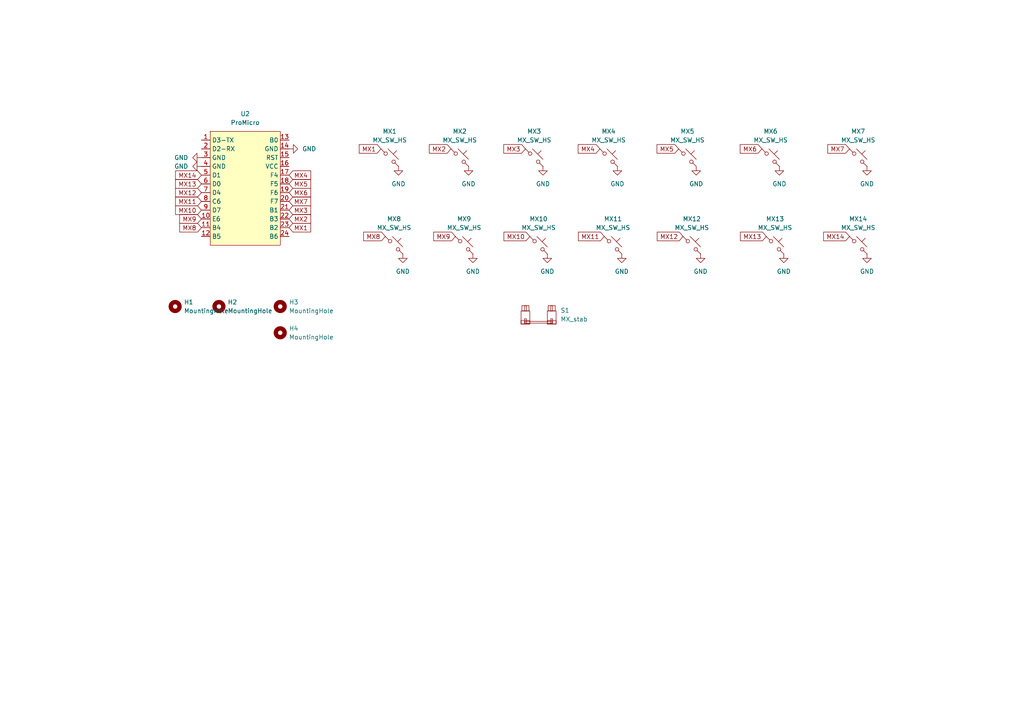
<source format=kicad_sch>
(kicad_sch (version 20230121) (generator eeschema)
  (paper "A4")
  (lib_symbols
    (symbol "Mechanical:MountingHole" (pin_names (offset 1.016))
      (property "Reference" "H" (at 0 5.08 0))
      (property "Value" "MountingHole" (at 0 3.175 0))
      (symbol "MountingHole_0_1"
        (circle (center 0 0) (radius 1.27) (stroke (width 1.27)))
      )
    )
    (symbol "marbastlib-mx:MX_SW_HS" (pin_numbers hide) (pin_names (offset 1.016) hide)
      (property "Reference" "MX" (at 3.048 1.016 0))
      (property "Value" "MX_SW_HS" (at 0 -3.81 0))
      (symbol "MX_SW_HS_0_1"
        (circle (center -1.1684 1.1684) (radius 0.508))
        (polyline (pts (xy -0.508 2.54) (xy 2.54 -0.508)))
        (polyline (pts (xy 1.016 1.016) (xy 2.032 2.032)))
        (polyline (pts (xy -2.54 2.54) (xy -1.524 1.524) (xy -1.524 1.524)))
        (polyline (pts (xy 1.524 -1.524) (xy 2.54 -2.54) (xy 2.54 -2.54) (xy 2.54 -2.54)))
        (circle (center 1.143 -1.1938) (radius 0.508))
        (pin passive line (at -2.54 2.54 0) (length 0) (name "1") (number "1"))
        (pin passive line (at 2.54 -2.54 180) (length 0) (name "2") (number "2"))
      )
    )
    (symbol "marbastlib-mx:MX_stab" (pin_names (offset 1.016))
      (property "Reference" "S" (at -5.08 6.35 0))
      (property "Value" "MX_stab" (at -5.08 3.81 0))
      (symbol "MX_stab_0_1"
        (rectangle (start -5.08 -1.524) (end -2.54 -2.54))
        (rectangle (start -5.08 1.27) (end -2.54 -2.54))
        (rectangle (start -4.826 2.794) (end -2.794 1.27))
        (rectangle (start -4.064 -2.286) (end -3.556 -1.016))
        (rectangle (start -4.064 -1.778) (end 4.064 -2.286))
        (rectangle (start -4.064 1.27) (end -3.556 2.794))
        (rectangle (start 2.54 -1.524) (end 5.08 -2.54))
        (rectangle (start 2.54 1.27) (end 5.08 -2.54))
        (rectangle (start 2.794 2.794) (end 4.826 1.27))
        (rectangle (start 3.556 1.27) (end 4.064 2.794))
        (rectangle (start 4.064 -2.286) (end 3.556 -1.016))
      )
    )
    (symbol "marbastlib-promicroish:Arduino_ProMicro" (in_bom no)
      (property "Reference" "U" (at 0 20.32 0))
      (property "Value" "ProMicro" (at 0 17.78 0))
      (symbol "Arduino_ProMicro_0_0"
        (pin bidirectional line (at -12.7 13.97 0) (length 2.54) (name "D3-TX") (number "1"))
        (pin bidirectional line (at -12.7 -8.89 0) (length 2.54) (name "E6") (number "10"))
        (pin bidirectional line (at -12.7 -11.43 0) (length 2.54) (name "B4") (number "11"))
        (pin bidirectional line (at -12.7 -13.97 0) (length 2.54) (name "B5") (number "12"))
        (pin power_out line (at 12.7 11.43 180) (length 2.54) (name "GND") (number "14"))
        (pin bidirectional line (at 12.7 8.89 180) (length 2.54) (name "RST") (number "15"))
        (pin bidirectional line (at 12.7 3.81 180) (length 2.54) (name "F4") (number "17"))
        (pin bidirectional line (at 12.7 1.27 180) (length 2.54) (name "F5") (number "18"))
        (pin bidirectional line (at 12.7 -1.27 180) (length 2.54) (name "F6") (number "19"))
        (pin bidirectional line (at -12.7 11.43 0) (length 2.54) (name "D2-RX") (number "2"))
        (pin bidirectional line (at 12.7 -3.81 180) (length 2.54) (name "F7") (number "20"))
        (pin bidirectional line (at 12.7 -6.35 180) (length 2.54) (name "B1") (number "21"))
        (pin bidirectional line (at 12.7 -8.89 180) (length 2.54) (name "B3") (number "22"))
        (pin bidirectional line (at 12.7 -11.43 180) (length 2.54) (name "B2") (number "23"))
        (pin bidirectional line (at 12.7 -13.97 180) (length 2.54) (name "B6") (number "24"))
        (pin power_out line (at -12.7 8.89 0) (length 2.54) (name "GND") (number "3"))
        (pin power_out line (at -12.7 6.35 0) (length 2.54) (name "GND") (number "4"))
        (pin bidirectional line (at -12.7 3.81 0) (length 2.54) (name "D1") (number "5"))
        (pin bidirectional line (at -12.7 1.27 0) (length 2.54) (name "D0") (number "6"))
        (pin bidirectional line (at -12.7 -1.27 0) (length 2.54) (name "D4") (number "7"))
        (pin bidirectional line (at -12.7 -3.81 0) (length 2.54) (name "C6") (number "8"))
        (pin bidirectional line (at -12.7 -6.35 0) (length 2.54) (name "D7") (number "9"))
      )
      (symbol "Arduino_ProMicro_1_0"
        (pin bidirectional line (at 12.7 13.97 180) (length 2.54) (name "B0") (number "13"))
        (pin power_out line (at 12.7 6.35 180) (length 2.54) (name "VCC") (number "16"))
      )
      (symbol "Arduino_ProMicro_1_1"
        (rectangle (start -10.16 16.51) (end 10.16 -16.51) (fill (type background)))
      )
    )
    (symbol "power:GND" (power) (pin_names (offset 0))
      (property "Value" "GND" (at 0 -3.81 0))
      (symbol "GND_0_1"
        (polyline (pts (xy 0 0) (xy 0 -1.27) (xy 1.27 -1.27) (xy 0 -2.54) (xy -1.27 -1.27) (xy 0 -1.27)))
      )
      (symbol "GND_1_1"
        (pin power_in line (at 0 0 270) (length 0) hide (name "GND") (number "1"))
      )
    )
  )
  (global_label "MX6" (shape input) (at 83.82 55.88 0) (property "Intersheetrefs" "${INTERSHEET_REFS}" (effects hide)))
  (global_label "MX12" (shape input) (at 198.12 68.58 180) (property "Intersheetrefs" "${INTERSHEET_REFS}" (effects hide)))
  (global_label "MX5" (shape input) (at 196.85 43.18 180) (property "Intersheetrefs" "${INTERSHEET_REFS}" (effects hide)))
  (global_label "MX7" (shape input) (at 83.82 58.42 0) (property "Intersheetrefs" "${INTERSHEET_REFS}" (effects hide)))
  (global_label "MX1" (shape input) (at 83.82 66.04 0) (property "Intersheetrefs" "${INTERSHEET_REFS}" (effects hide)))
  (global_label "MX8" (shape input) (at 111.76 68.58 180) (property "Intersheetrefs" "${INTERSHEET_REFS}" (effects hide)))
  (global_label "MX14" (shape input) (at 246.38 68.58 180) (property "Intersheetrefs" "${INTERSHEET_REFS}" (effects hide)))
  (global_label "MX9" (shape input) (at 58.42 63.5 180) (property "Intersheetrefs" "${INTERSHEET_REFS}" (effects hide)))
  (global_label "MX10" (shape input) (at 153.67 68.58 180) (property "Intersheetrefs" "${INTERSHEET_REFS}" (effects hide)))
  (global_label "MX2" (shape input) (at 83.82 63.5 0) (property "Intersheetrefs" "${INTERSHEET_REFS}" (effects hide)))
  (global_label "MX3" (shape input) (at 152.4 43.18 180) (property "Intersheetrefs" "${INTERSHEET_REFS}" (effects hide)))
  (global_label "MX10" (shape input) (at 58.42 60.96 180) (property "Intersheetrefs" "${INTERSHEET_REFS}" (effects hide)))
  (global_label "MX13" (shape input) (at 58.42 53.34 180) (property "Intersheetrefs" "${INTERSHEET_REFS}" (effects hide)))
  (global_label "MX11" (shape input) (at 175.26 68.58 180) (property "Intersheetrefs" "${INTERSHEET_REFS}" (effects hide)))
  (global_label "MX14" (shape input) (at 58.42 50.8 180) (property "Intersheetrefs" "${INTERSHEET_REFS}" (effects hide)))
  (global_label "MX1" (shape input) (at 110.49 43.18 180) (property "Intersheetrefs" "${INTERSHEET_REFS}" (effects hide)))
  (global_label "MX6" (shape input) (at 220.98 43.18 180) (property "Intersheetrefs" "${INTERSHEET_REFS}" (effects hide)))
  (global_label "MX7" (shape input) (at 246.38 43.18 180) (property "Intersheetrefs" "${INTERSHEET_REFS}" (effects hide)))
  (global_label "MX3" (shape input) (at 83.82 60.96 0) (property "Intersheetrefs" "${INTERSHEET_REFS}" (effects hide)))
  (global_label "MX13" (shape input) (at 222.25 68.58 180) (property "Intersheetrefs" "${INTERSHEET_REFS}" (effects hide)))
  (global_label "MX9" (shape input) (at 132.08 68.58 180) (property "Intersheetrefs" "${INTERSHEET_REFS}" (effects hide)))
  (global_label "MX12" (shape input) (at 58.42 55.88 180) (property "Intersheetrefs" "${INTERSHEET_REFS}" (effects hide)))
  (global_label "MX4" (shape input) (at 173.99 43.18 180) (property "Intersheetrefs" "${INTERSHEET_REFS}" (effects hide)))
  (global_label "MX11" (shape input) (at 58.42 58.42 180) (property "Intersheetrefs" "${INTERSHEET_REFS}" (effects hide)))
  (global_label "MX8" (shape input) (at 58.42 66.04 180) (property "Intersheetrefs" "${INTERSHEET_REFS}" (effects hide)))
  (global_label "MX5" (shape input) (at 83.82 53.34 0) (property "Intersheetrefs" "${INTERSHEET_REFS}" (effects hide)))
  (global_label "MX4" (shape input) (at 83.82 50.8 0) (property "Intersheetrefs" "${INTERSHEET_REFS}" (effects hide)))
  (global_label "MX2" (shape input) (at 130.81 43.18 180) (property "Intersheetrefs" "${INTERSHEET_REFS}" (effects hide)))
  (symbol (lib_id "Mechanical:MountingHole") (at 81.28 88.9 0) (unit 1)
    (property "Reference" "H3" (at 83.82 87.63 0) (effects (justify left)))
    (property "Value" "MountingHole" (at 83.82 90.17 0) (effects (justify left)))
    (property "Footprint" "MountingHole:MountingHole_2.2mm_M2_DIN965_Pad" (effects hide))
  )
  (symbol (lib_id "power:GND") (at 251.46 48.26 0) (unit 1)
    (property "Reference" "#PWR012" (effects hide))
    (property "Value" "GND" (at 251.46 53.34 0))
  )
  (symbol (lib_id "marbastlib-mx:MX_SW_HS") (at 223.52 45.72 0) (unit 1)
    (property "Reference" "MX6" (at 223.52 38.1 0))
    (property "Value" "MX_SW_HS" (at 223.52 40.64 0))
    (property "Footprint" "keyswitches.pretty-2.1:Kailh_socket_PG1350_optional" (effects hide))
  )
  (symbol (lib_id "power:GND") (at 226.06 48.26 0) (unit 1)
    (property "Reference" "#PWR01" (effects hide))
    (property "Value" "GND" (at 226.06 53.34 0))
  )
  (symbol (lib_id "power:GND") (at 58.42 45.72 270) (unit 1)
    (property "Reference" "#PWR018" (effects hide))
    (property "Value" "GND" (at 54.61 45.72 90) (effects (justify right)))
  )
  (symbol (lib_id "marbastlib-mx:MX_SW_HS") (at 156.21 71.12 0) (unit 1)
    (property "Reference" "MX10" (at 156.21 63.5 0))
    (property "Value" "MX_SW_HS" (at 156.21 66.04 0))
    (property "Footprint" "keyswitches.pretty-2.1:Kailh_socket_PG1350_optional" (effects hide))
  )
  (symbol (lib_id "marbastlib-mx:MX_stab") (at 156.21 91.44 0) (unit 1)
    (property "Reference" "S1" (at 162.56 90.043 0) (effects (justify left)))
    (property "Value" "MX_stab" (at 162.56 92.583 0) (effects (justify left)))
    (property "Footprint" "PCM_marbastlib-mx:STAB_MX_P_6.25u" (effects hide))
  )
  (symbol (lib_id "Mechanical:MountingHole") (at 63.5 88.9 0) (unit 1)
    (property "Reference" "H2" (at 66.04 87.63 0) (effects (justify left)))
    (property "Value" "MountingHole" (at 66.04 90.17 0) (effects (justify left)))
    (property "Footprint" "MountingHole:MountingHole_2.2mm_M2_DIN965_Pad" (effects hide))
  )
  (symbol (lib_id "marbastlib-mx:MX_SW_HS") (at 177.8 71.12 0) (unit 1)
    (property "Reference" "MX11" (at 177.8 63.5 0))
    (property "Value" "MX_SW_HS" (at 177.8 66.04 0))
    (property "Footprint" "keyswitches.pretty-2.1:Kailh_socket_PG1350_optional" (effects hide))
  )
  (symbol (lib_id "marbastlib-mx:MX_SW_HS") (at 114.3 71.12 0) (unit 1)
    (property "Reference" "MX8" (at 114.3 63.5 0))
    (property "Value" "MX_SW_HS" (at 114.3 66.04 0))
    (property "Footprint" "keyswitches.pretty-2.1:Kailh_socket_PG1350_optional" (effects hide))
  )
  (symbol (lib_id "power:GND") (at 179.07 48.26 0) (unit 1)
    (property "Reference" "#PWR010" (effects hide))
    (property "Value" "GND" (at 179.07 53.34 0))
  )
  (symbol (lib_id "Mechanical:MountingHole") (at 81.28 96.52 0) (unit 1)
    (property "Reference" "H4" (at 83.82 95.25 0) (effects (justify left)))
    (property "Value" "MountingHole" (at 83.82 97.79 0) (effects (justify left)))
    (property "Footprint" "MountingHole:MountingHole_2.2mm_M2_DIN965_Pad" (effects hide))
  )
  (symbol (lib_id "marbastlib-mx:MX_SW_HS") (at 133.35 45.72 0) (unit 1)
    (property "Reference" "MX2" (at 133.35 38.1 0))
    (property "Value" "MX_SW_HS" (at 133.35 40.64 0))
    (property "Footprint" "keyswitches.pretty-2.1:Kailh_socket_PG1350_optional" (effects hide))
  )
  (symbol (lib_id "power:GND") (at 115.57 48.26 0) (unit 1)
    (property "Reference" "#PWR08" (effects hide))
    (property "Value" "GND" (at 115.57 53.34 0))
  )
  (symbol (lib_id "marbastlib-mx:MX_SW_HS") (at 134.62 71.12 0) (unit 1)
    (property "Reference" "MX9" (at 134.62 63.5 0))
    (property "Value" "MX_SW_HS" (at 134.62 66.04 0))
    (property "Footprint" "keyswitches.pretty-2.1:Kailh_socket_PG1350_optional" (effects hide))
  )
  (symbol (lib_id "marbastlib-mx:MX_SW_HS") (at 248.92 45.72 0) (unit 1)
    (property "Reference" "MX7" (at 248.92 38.1 0))
    (property "Value" "MX_SW_HS" (at 248.92 40.64 0))
    (property "Footprint" "keyswitches.pretty-2.1:Kailh_socket_PG1350_optional" (effects hide))
  )
  (symbol (lib_id "marbastlib-mx:MX_SW_HS") (at 248.92 71.12 0) (unit 1)
    (property "Reference" "MX14" (at 248.92 63.5 0))
    (property "Value" "MX_SW_HS" (at 248.92 66.04 0))
    (property "Footprint" "keyswitches.pretty-2.1:Kailh_socket_PG1350_optional" (effects hide))
  )
  (symbol (lib_id "marbastlib-mx:MX_SW_HS") (at 200.66 71.12 0) (unit 1)
    (property "Reference" "MX12" (at 200.66 63.5 0))
    (property "Value" "MX_SW_HS" (at 200.66 66.04 0))
    (property "Footprint" "keyswitches.pretty-2.1:Kailh_socket_PG1350_optional" (effects hide))
  )
  (symbol (lib_id "power:GND") (at 116.84 73.66 0) (unit 1)
    (property "Reference" "#PWR014" (effects hide))
    (property "Value" "GND" (at 116.84 78.74 0))
  )
  (symbol (lib_id "power:GND") (at 203.2 73.66 0) (unit 1)
    (property "Reference" "#PWR06" (effects hide))
    (property "Value" "GND" (at 203.2 78.74 0))
  )
  (symbol (lib_id "marbastlib-mx:MX_SW_HS") (at 199.39 45.72 0) (unit 1)
    (property "Reference" "MX5" (at 199.39 38.1 0))
    (property "Value" "MX_SW_HS" (at 199.39 40.64 0))
    (property "Footprint" "keyswitches.pretty-2.1:Kailh_socket_PG1350_optional" (effects hide))
  )
  (symbol (lib_id "power:GND") (at 180.34 73.66 0) (unit 1)
    (property "Reference" "#PWR03" (effects hide))
    (property "Value" "GND" (at 180.34 78.74 0))
  )
  (symbol (lib_id "power:GND") (at 137.16 73.66 0) (unit 1)
    (property "Reference" "#PWR04" (effects hide))
    (property "Value" "GND" (at 137.16 78.74 0))
  )
  (symbol (lib_id "power:GND") (at 135.89 48.26 0) (unit 1)
    (property "Reference" "#PWR09" (effects hide))
    (property "Value" "GND" (at 135.89 53.34 0))
  )
  (symbol (lib_id "marbastlib-promicroish:Arduino_ProMicro") (at 71.12 54.61 0) (unit 1) (in_bom no)
    (property "Reference" "U2" (at 71.12 33.02 0))
    (property "Value" "ProMicro" (at 71.12 35.56 0))
    (property "Footprint" "PCM_marbastlib-xp-promicroish:Elite-C_ACH" (effects hide))
  )
  (symbol (lib_id "power:GND") (at 251.46 73.66 0) (unit 1)
    (property "Reference" "#PWR05" (effects hide))
    (property "Value" "GND" (at 251.46 78.74 0))
  )
  (symbol (lib_id "marbastlib-mx:MX_SW_HS") (at 113.03 45.72 0) (unit 1)
    (property "Reference" "MX1" (at 113.03 38.1 0))
    (property "Value" "MX_SW_HS" (at 113.03 40.64 0))
    (property "Footprint" "keyswitches.pretty-2.1:Kailh_socket_PG1350_optional" (effects hide))
  )
  (symbol (lib_id "power:GND") (at 157.48 48.26 0) (unit 1)
    (property "Reference" "#PWR013" (effects hide))
    (property "Value" "GND" (at 157.48 53.34 0))
  )
  (symbol (lib_id "marbastlib-mx:MX_SW_HS") (at 224.79 71.12 0) (unit 1)
    (property "Reference" "MX13" (at 224.79 63.5 0))
    (property "Value" "MX_SW_HS" (at 224.79 66.04 0))
    (property "Footprint" "keyswitches.pretty-2.1:Kailh_socket_PG1350_optional" (effects hide))
  )
  (symbol (lib_id "Mechanical:MountingHole") (at 50.8 88.9 0) (unit 1)
    (property "Reference" "H1" (at 53.34 87.63 0) (effects (justify left)))
    (property "Value" "MountingHole" (at 53.34 90.17 0) (effects (justify left)))
    (property "Footprint" "MountingHole:MountingHole_2.2mm_M2_DIN965_Pad" (effects hide))
  )
  (symbol (lib_id "marbastlib-mx:MX_SW_HS") (at 154.94 45.72 0) (unit 1)
    (property "Reference" "MX3" (at 154.94 38.1 0))
    (property "Value" "MX_SW_HS" (at 154.94 40.64 0))
    (property "Footprint" "keyswitches.pretty-2.1:Kailh_socket_PG1350_optional" (effects hide))
  )
  (symbol (lib_id "power:GND") (at 83.82 43.18 90) (unit 1)
    (property "Reference" "#PWR017" (effects hide))
    (property "Value" "GND" (at 87.63 43.18 90) (effects (justify right)))
  )
  (symbol (lib_id "power:GND") (at 58.42 48.26 270) (unit 1)
    (property "Reference" "#PWR019" (effects hide))
    (property "Value" "GND" (at 54.61 48.26 90) (effects (justify right)))
  )
  (symbol (lib_id "power:GND") (at 227.33 73.66 0) (unit 1)
    (property "Reference" "#PWR02" (effects hide))
    (property "Value" "GND" (at 227.33 78.74 0))
  )
  (symbol (lib_id "power:GND") (at 201.93 48.26 0) (unit 1)
    (property "Reference" "#PWR07" (effects hide))
    (property "Value" "GND" (at 201.93 53.34 0))
  )
  (symbol (lib_id "power:GND") (at 158.75 73.66 0) (unit 1)
    (property "Reference" "#PWR011" (effects hide))
    (property "Value" "GND" (at 158.75 78.74 0))
  )
  (symbol (lib_id "marbastlib-mx:MX_SW_HS") (at 176.53 45.72 0) (unit 1)
    (property "Reference" "MX4" (at 176.53 38.1 0))
    (property "Value" "MX_SW_HS" (at 176.53 40.64 0))
    (property "Footprint" "keyswitches.pretty-2.1:Kailh_socket_PG1350_optional" (effects hide))
  )
)
</source>
